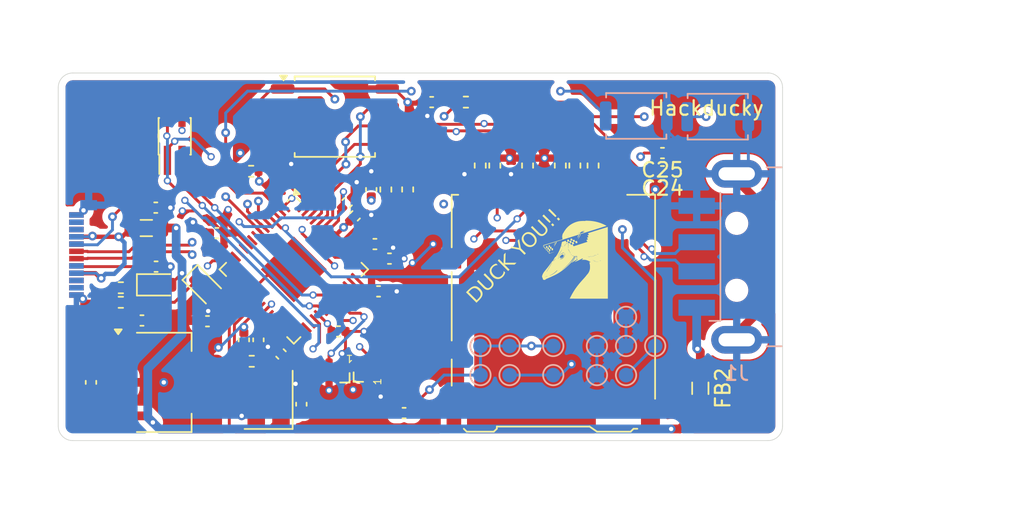
<source format=kicad_pcb>
(kicad_pcb (version 20241229) (generator "pcbnew") (generator_version "9.0")
  (layers (0 "F.Cu" signal) (4 "In1.Cu" signal) (6 "In2.Cu" signal) (2 "B.Cu" signal) (13 "F.Paste" user) (15 "B.Paste" user) (5 "F.SilkS" user "F.Silkscreen") (7 "B.SilkS" user "B.Silkscreen") (1 "F.Mask" user) (3 "B.Mask" user) (25 "Edge.Cuts" user))
  (net 0 "")
  (net 1 "GND")
  (net 2 "+1V1")
  (net 3 "+3V3")
  (net 4 "XOUT")
  (net 5 "XIN")
  (net 6 "+5V")
  (net 8 "GP25")
  (net 9 "D+")
  (net 10 "D-")
  (net 11 "Net-(J3-DAT1)")
  (net 12 "Net-(J3-DAT2)")
  (net 16 "Net-(P2-VCONN)")
  (net 17 "Net-(P2-CC)")
  (net 25 "DR+")
  (net 26 "QSPI_SS")
  (net 27 "Net-(R8-Pad1)")
  (net 28 "DR-")
  (net 29 "PUSH")
  (net 30 "QSPI_SD3")
  (net 31 "QSPI_SD0")
  (net 32 "QSPI_SD2")
  (net 33 "QSPI_SD1")
  (net 34 "QSPI_SCLK")
  (net 35 "GPIO23")
  (net 36 "GPIO26_ADC3")
  (net 37 "GPIO8")
  (net 38 "GPIO17")
  (net 39 "GPIO24")
  (net 40 "GPIO11")
  (net 41 "RUN")
  (net 42 "GPIO12")
  (net 43 "GPIO13")
  (net 44 "GPIO21")
  (net 45 "GPIO22")
  (net 46 "GPIO14")
  (net 47 "GPIO26_ADC0")
  (net 48 "SWD")
  (net 49 "GPIO9")
  (net 50 "GPIO6")
  (net 51 "GPIO26_ADC1")
  (net 52 "GPIO1")
  (net 53 "GPIO18")
  (net 54 "GPIO10")
  (net 55 "GPIO19")
  (net 56 "GPIO0")
  (net 57 "GPIO15")
  (net 58 "GPIO16")
  (net 59 "GPIO20")
  (net 60 "SWCLK")
  (net 61 "GPIO7")
  (net 62 "SD_MISO")
  (net 63 "SD_MOSI")
  (net 64 "SD_CS")
  (net 65 "SD_CLK")
  (net 66 "Net-(C12-Pad1)")
  (net 68 "Net-(D5-K)")
  (net 69 "Net-(D6-K)")
  (net 70 "VBUS")
  (footprint "Capacitor_SMD:C_0402_1005Metric" (layer "F.Cu") (at 69.22 89.55)
    (property "Reference" "R4" (hide yes))
    (property "Value" "5.1K")
  )
  (footprint "Capacitor_SMD:C_0402_1005Metric" (layer "F.Cu") (at 82.339411 85.160589 45)
    (property "Reference" "C8" (hide yes))
    (property "Value" "100nF")
  )
  (footprint "Capacitor_SMD:C_0402_1005Metric" (layer "F.Cu") (at 81.75 94)
    (property "Reference" "C22" (hide yes))
    (property "Value" "100nF")
  )
  (footprint "Resistor_SMD:R_0402_1005Metric" (layer "F.Cu") (at 66.8 92 180)
    (property "Reference" "R1" (hide yes))
    (property "Value" "R")
  )
  (footprint "Capacitor_SMD:C_0402_1005Metric" (layer "F.Cu") (at 72.75 93.3)
    (property "Reference" "C17" (hide yes))
    (property "Value" "100nF")
  )
  (footprint "Resistor_SMD:R_0402_1005Metric" (layer "F.Cu") (at 97.985 82.607 -90)
    (property "Reference" "R17" (hide yes))
    (property "Value" "10k")
  )
  (footprint "Capacitor_SMD:C_0402_1005Metric" (layer "F.Cu") (at 104 81.75 180)
    (property "Reference" "C25")
    (property "Value" "100nF")
  )
  (footprint "Capacitor_SMD:C_0402_1005Metric" (layer "F.Cu") (at 64.75 97.5 90)
    (property "Reference" "C14" (hide yes))
    (property "Value" "22uF")
  )
  (footprint "Capacitor_SMD:C_0402_1005Metric" (layer "F.Cu") (at 68.25 93.25)
    (property "Reference" "C15" (hide yes))
    (property "Value" "22uF")
  )
  (footprint "Package_TO_SOT_SMD:SOT-223-3_TabPin2" (layer "F.Cu") (at 69.75 97.5)
    (property "Reference" "U2" (hide yes))
    (property "Value" "AMS1117-3.3")
  )
  (footprint "LED_SMD:LED_SK6812_EC15_1.5x1.5mm" (layer "F.Cu") (at 81.55 96.55 180)
    (property "Reference" "D1" (hide yes))
    (property "Value" "WS2812B")
  )
  (footprint "LED_SMD:LED_0603_1608Metric" (layer "F.Cu") (at 72.6 91 -45)
    (property "Reference" "D5" (hide yes))
    (property "Value" "LED")
  )
  (footprint "Resistor_SMD:R_0402_1005Metric" (layer "F.Cu") (at 92.485 82.607 -90)
    (property "Reference" "R20" (hide yes))
    (property "Value" "10k")
  )
  (footprint "Resistor_SMD:R_0402_1005Metric" (layer "F.Cu") (at 99.235 82.607 -90)
    (property "Reference" "R16" (hide yes))
    (property "Value" "10k")
  )
  (footprint "Package_DFN_QFN:QFN-56-1EP_7x7mm_P0.4mm_EP3.2x3.2mm" (layer "F.Cu") (at 78.679371 89.74073 -45)
    (property "Reference" "U4" (hide yes))
    (property "Value" "RP2040")
  )
  (footprint "Capacitor_SMD:C_0402_1005Metric" (layer "F.Cu") (at 88.15 78.25)
    (property "Reference" "C16" (hide yes))
    (property "Value" "100n")
  )
  (footprint "LOGO" (layer "F.Cu") (at 97.75 86.75)
    (property "Reference" "G***" (hide yes))
    (property "Value" "LOGO" (hide yes))
  )
  (footprint "Capacitor_SMD:C_0402_1005Metric" (layer "F.Cu") (at 75.25 94.58 -90)
    (property "Reference" "C20" (hide yes))
    (property "Value" "100nF")
  )
  (footprint "Resistor_SMD:R_0402_1005Metric" (layer "F.Cu") (at 94.735 82.607 -90)
    (property "Reference" "R19" (hide yes))
    (property "Value" "10k")
  )
  (footprint "Connector_USB:USB_C_Plug_Molex_105444" (layer "F.Cu") (at 63.71 88.75 90)
    (property "Reference" "P2" (hide yes))
    (property "Value" "USB_C_Plug")
  )
  (footprint "Resistor_SMD:R_0402_1005Metric" (layer "F.Cu") (at 96.985 82.607 -90)
    (property "Reference" "R18" (hide yes))
    (property "Value" "10k")
  )
  (footprint "Capacitor_SMD:C_0402_1005Metric" (layer "F.Cu") (at 84 84.25 90)
    (property "Reference" "C10" (hide yes))
    (property "Value" "1uF")
  )
  (footprint "Resistor_SMD:R_0402_1005Metric" (layer "F.Cu") (at 66.8 91 180)
    (property "Reference" "R2" (hide yes))
    (property "Value" "R")
  )
  (footprint "Capacitor_SMD:C_0402_1005Metric" (layer "F.Cu") (at 79.2 99 90)
    (property "Reference" "C13" (hide yes))
    (property "Value" "15pF")
  )
  (footprint "Resistor_SMD:R_0402_1005Metric" (layer "F.Cu") (at 85 84.253998 90)
    (property "Reference" "R7" (hide yes))
    (property "Value" "27.4")
  )
  (footprint "Capacitor_SMD:C_0402_1005Metric" (layer "F.Cu") (at 86.255 99.607 180)
    (property "Reference" "C23" (hide yes))
    (property "Value" "22uF")
  )
  (footprint "Resistor_SMD:R_0402_1005Metric" (layer "F.Cu") (at 86.5 84.25 90)
    (property "Reference" "R22" (hide yes))
    (property "Value" "27.4")
  )
  (footprint "Capacitor_SMD:C_0402_1005Metric" (layer "F.Cu") (at 69.2 85.5)
    (property "Reference" "R5" (hide yes))
    (property "Value" "5.1K")
  )
  (footprint "Capacitor_SMD:C_0402_1005Metric" (layer "F.Cu") (at 82.889411 86.060589 45)
    (property "Reference" "C21" (hide yes))
    (property "Value" "100nF")
  )
  (footprint "Connector_PinHeader_1.00mm:PinHeader_2x02_P1.00mm_Vertical_SMD" (layer "F.Cu") (at 70.5 80.6 90)
    (property "Reference" "J2" (hide yes))
    (property "Value" "Conn_02x02_Top_Bottom")
  )
  (footprint "Resistor_SMD:R_0402_1005Metric" (layer "F.Cu") (at 75.79 96.05)
    (property "Reference" "R9" (hide yes))
    (property "Value" "1k")
  )
  (footprint "Resistor_SMD:R_0402_1005Metric" (layer "F.Cu") (at 75.75 83 180)
    (property "Reference" "R15" (hide yes))
    (property "Value" "DNF")
  )
  (footprint "Resistor_SMD:R_0402_1005Metric" (layer "F.Cu") (at 90.5 78.25 180)
    (property "Reference" "R8" (hide yes))
    (property "Value" "1k")
  )
  (footprint "Capacitor_SMD:C_0402_1005Metric" (layer "F.Cu") (at 73.4 87.25 180)
    (property "Reference" "C11" (hide yes))
    (property "Value" "100nF")
  )
  (footprint "Package_SO:SOIC-8_5.3x5.3mm_P1.27mm" (layer "F.Cu") (at 81.5 79.25)
    (property "Reference" "U1" (hide yes))
    (property "Value" "W25Q16JVSS")
  )
  (footprint "LED_SMD:LED_SK6812_EC15_1.5x1.5mm" (layer "F.Cu") (at 83.75 96.5 90)
    (property "Reference" "D4" (hide yes))
    (property "Value" "WS2812B")
  )
  (footprint "Capacitor_SMD:C_0402_1005Metric" (layer "F.Cu") (at 104 83 180)
    (property "Reference" "C24")
    (property "Value" "100nF")
  )
  (footprint "Capacitor_SMD:C_0402_1005Metric" (layer "F.Cu") (at 85.25 89)
    (property "Reference" "C18" (hide yes))
    (property "Value" "100nF")
  )
  (footprint "Inductor_SMD:L_0805_2012Metric" (layer "F.Cu") (at 68.55 86.9)
    (property "Reference" "FB1" (hide yes))
    (property "Value" "120ohm.100Mhz")
  )
  (footprint "Crystal:Crystal_SMD_Abracon_ABM8G-4Pin_3.2x2.5mm" (layer "F.Cu") (at 76.95 98.7 90)
    (property "Reference" "Y1" (hide yes))
    (property "Value" "Crystal_GND24")
  )
  (footprint "Resistor_SMD:R_0402_1005Metric" (layer "F.Cu") (at 91.485 82.607 -90)
    (property "Reference" "R21" (hide yes))
    (property "Value" "10k")
  )
  (footprint "Inductor_SMD:L_0805_2012Metric" (layer "F.Cu") (at 106.6 97.90625 -90)
    (property "Reference" "FB2")
    (property "Value" "120ohm.100Mhz")
  )
  (footprint "Capacitor_SMD:C_0402_1005Metric" (layer "F.Cu") (at 77.8 95.55 135)
    (property "Reference" "C12" (hide yes))
    (property "Value" "15pF")
  )
  (footprint "Connector_Card:microSD_HC_Hirose_DM3AT-SF-PEJM5" (layer "F.Cu") (at 96.5 92.5)
    (property "Reference" "J3" (hide yes))
    (property "Value" "Micro_SD_Card")
  )
  (footprint "Capacitor_SMD:C_0402_1005Metric" (layer "F.Cu") (at 76.25 94.58 -90)
    (property "Reference" "C9" (hide yes))
    (property "Value" "1uF")
  )
  (footprint "Capacitor_SMD:C_0402_1005Metric" (layer "F.Cu") (at 84.25 88)
    (property "Reference" "C7" (hide yes))
    (property "Value" "100nF")
  )
  (footprint "Capacitor_SMD:C_0402_1005Metric" (layer "F.Cu") (at 84.5 91.25)
    (property "Reference" "C19" (hide yes))
    (property "Value" "100nF")
  )
  (footprint "LED_SMD:LED_0603_1608Metric" (layer "F.Cu") (at 69.3875 90.8)
    (property "Reference" "D6" (hide yes))
    (property "Value" "LED")
  )
  (footprint "TestPoint:TestPoint_Pad_D1.0mm" (layer "B.Cu") (at 101.5 95 180)
    (property "Reference" "TP6" (hide yes))
    (property "Value" "TestPoint")
  )
  (footprint "TestPoint:TestPoint_Pad_D1.0mm" (layer "B.Cu") (at 91.5 97 180)
    (property "Reference" "TP8" (hide yes))
    (property "Value" "TestPoint")
  )
  (footprint "TestPoint:TestPoint_Pad_D1.0mm" (layer "B.Cu") (at 96.5 97 180)
    (property "Reference" "TP7" (hide yes))
    (property "Value" "TestPoint")
  )
  (footprint "TestPoint:TestPoint_Pad_D1.0mm" (layer "B.Cu") (at 99.5 97 180)
    (property "Reference" "TP4" (hide yes))
    (property "Value" "TestPoint")
  )
  (footprint "TestPoint:TestPoint_Pad_D1.0mm" (layer "B.Cu") (at 101.5 97 180)
    (property "Reference" "TP1" (hide yes))
    (property "Value" "TestPoint")
  )
  (footprint "TestPoint:TestPoint_Pad_D1.0mm" (layer "B.Cu") (at 101.5 93 180)
    (property "Reference" "TP3" (hide yes))
    (property "Value" "TestPoint")
  )
  (footprint "TestPoint:TestPoint_Pad_D1.0mm" (layer "B.Cu") (at 96.5 95 180)
    (property "Reference" "TP11" (hide yes))
    (property "Value" "TestPoint")
  )
  (footprint "Button_Switch_SMD:SW_Push_SPST_NO_Alps_SKRK" (layer "B.Cu") (at 102.2 79.2 180)
    (property "Reference" "SW4" (hide yes))
    (property "Value" "BOOT_SEL")
  )
  (footprint "Connector_USB:USB_A_CNCTech_1001-011-01101_Horizontal" (layer "B.Cu") (at 116 88.875)
    (property "Reference" "J1")
    (property "Value" "USB_A")
  )
  (footprint "TestPoint:TestPoint_Pad_D1.0mm" (layer "B.Cu") (at 91.5 95 180)
    (property "Reference" "TP9" (hide yes))
    (property "Value" "TestPoint")
  )
  (footprint "Button_Switch_SMD:SW_Push_SPST_NO_Alps_SKRK" (layer "B.Cu") (at 107.8 79.25 180)
    (property "Reference" "SW3" (hide yes))
    (property "Value" "BOOT_SEL")
  )
  (footprint "TestPoint:TestPoint_Pad_D1.0mm" (layer "B.Cu") (at 99.5 95 180)
    (property "Reference" "TP5" (hide yes))
    (property "Value" "TestPoint")
  )
  (footprint "TestPoint:TestPoint_Pad_D1.0mm" (layer "B.Cu") (at 103.5 95 180)
    (property "Reference" "TP2" (hide yes))
    (property "Value" "TestPoint")
  )
  (footprint "TestPoint:TestPoint_Pad_D1.0mm" (layer "B.Cu") (at 93.5 95 180)
    (property "Reference" "TP12" (hide yes))
    (property "Value" "TestPoint")
  )
  (footprint "TestPoint:TestPoint_Pad_D1.0mm" (layer "B.Cu") (at 93.5 97 180)
    (property "Reference" "TP10" (hide yes))
    (property "Value" "TestPoint")
  )
  (gr_arc (start 111.25 76.25) (mid 111.957107 76.542893) (end 112.25 77.25) (stroke (width 0.05)) (layer "Edge.Cuts"))
  (gr_line (start 111.25 76.25) (end 63.5 76.25) (stroke (width 0.05)) (layer "Edge.Cuts"))
  (gr_arc (start 62.5 77.25) (mid 62.792893 76.542893) (end 63.5 76.25) (stroke (width 0.05)) (layer "Edge.Cuts"))
  (gr_arc (start 63.5 101.5) (mid 62.792893 101.207107) (end 62.5 100.5) (stroke (width 0.05)) (layer "Edge.Cuts"))
  (gr_line (start 111.25 101.5) (end 63.5 101.5) (stroke (width 0.05)) (layer "Edge.Cuts"))
  (gr_arc (start 112.25 100.5) (mid 111.957107 101.207107) (end 111.25 101.5) (stroke (width 0.05)) (layer "Edge.Cuts"))
  (gr_line (start 112.25 77.25) (end 112.25 100.5) (stroke (width 0.05)) (layer "Edge.Cuts"))
  (gr_line (start 62.5 100.5) (end 62.5 77.25) (stroke (width 0.05)) (layer "Edge.Cuts"))
  (gr_text "Souptik & Aarav." (at 95.8 93.2 0) (layer "F.Cu") (effects (font (size 0.7 0.7)) (justify bottom)))
  (gr_text "DUCK YOU!!" (at 91.25 92.25 45) (layer "F.SilkS") (effects (font (size 1 1) (thickness 0.1)) (justify left bottom)))
  (gr_text "Hackducky\n" (at 103 79.25 -0) (layer "F.SilkS") (effects (font (size 1 1)) (justify left bottom)))
  (segment (start 66.6 95.2) (end 66.57 95.2) (width 0.6) (layer "F.Cu") (net 1))
  (segment (start 66.29 91) (end 66.29 92) (width 0.2) (layer "F.Cu") (net 1))
  (segment (start 72.25 87) (end 72.67 87) (width 0.2) (layer "F.Cu") (net 1))
  (segment (start 76.25 95.06) (end 76.9 95.06) (width 0.2) (layer "F.Cu") (net 1))
  (segment (start 84.2 98.032) (end 84.2 96.95) (width 0.2) (layer "F.Cu") (net 1))
  (segment (start 77.9125 81.9125) (end 78.5 82.5) (width 0.2) (layer "F.Cu") (net 1))
  (segment (start 84 83.77) (end 84 83) (width 0.2) (layer "F.Cu") (net 1))
  (segment (start 93.775 83.375) (end 93.6 83.2) (width 0.2) (layer "F.Cu") (net 1))
  (segment (start 66.29 92) (end 66.29 93.87) (width 0.2) (layer "F.Cu") (net 1))
  (segment (start 84.98 91.25) (end 85.75 91.25) (width 0.2) (layer "F.Cu") (net 1))
  (segment (start 82.23 94) (end 83.5 94) (width 0.2) (layer "F.Cu") (net 1))
  (segment (start 69.7 89.55) (end 70.2 89.55) (width 0.2) (layer "F.Cu") (net 1))
  (segment (start 109.1 83.6) (end 109.1 83.175) (width 0.6) (layer "F.Cu") (net 1))
  (segment (start 66.6 95.2) (end 66.6 94.42) (width 0.6) (layer "F.Cu") (net 1))
  (segment (start 88.63 78.25) (end 88.63 78.42) (width 0.2) (layer "F.Cu") (net 1))
  (segment (start 77.265158 89.74073) (end 75.541585 91.464303) (width 0.2) (layer "F.Cu") (net 1))
  (segment (start 73.705888 93.3) (end 73.23 93.3) (width 0.2) (layer "F.Cu") (net 1))
  (segment (start 75.541585 91.464303) (end 73.705888 93.3) (width 0.2) (layer "F.Cu") (net 1))
  (segment (start 85.73 89) (end 86.25 89) (width 0.2) (layer "F.Cu") (net 1))
  (segment (start 77.8 97.6) (end 78.8 97.6) (width 0.2) (layer "F.Cu") (net 1))
  (segment (start 82.678822 85.171178) (end 83.228822 85.721178) (width 0.2) (layer "F.Cu") (net 1))
  (segment (start 63.75 91.5) (end 63.92 91.5) (width 0.2) (layer "F.Cu") (net 1))
  (segment (start 78.679371 89.74073) (end 77.265158 89.74073) (width 0.2) (layer "F.Cu") (net 1))
  (segment (start 77.9125 81.155) (end 77.9125 81.9125) (width 0.2) (layer "F.Cu") (net 1))
  (segment (start 76.9 95.06) (end 77.31 95.06) (width 0.2) (layer "F.Cu") (net 1))
  (segment (start 79.2 98.52) (end 79.2 98) (width 0.2) (layer "F.Cu") (net 1))
  (segment (start 88.63 78.42) (end 87.85 79.2) (width 0.2) (layer "F.Cu") (net 1))
  (segment (start 77.31 95.06) (end 77.460589 95.210589) (width 0.2) (layer "F.Cu") (net 1))
  (segment (start 82.23 95.23) (end 82 95.46) (width 0.2) (layer "F.Cu") (net 1))
  (segment (start 63.92 86) (end 64.235 85.685) (width 0.2) (layer "F.Cu") (net 1))
  (segment (start 82.678822 84.821178) (end 82.678822 85.171178) (width 0.2) (layer "F.Cu") (net 1))
  (segment (start 111.25 92) (end 111.25 85.75) (width 0.6) (layer "F.Cu") (net 1))
  (segment (start 85.25 88) (end 85.5 88.25) (width 0.2) (layer "F.Cu") (net 1))
  (segment (start 82.678822 84.071178) (end 83 83.75) (width 0.2) (layer "F.Cu") (net 1))
  (segment (start 82 95.46) (end 82 95.525) (width 0.2) (layer "F.Cu") (net 1))
  (segment (start 84.73 88) (end 85.25 88) (width 0.2) (layer "F.Cu") (net 1))
  (segment (start 66.6 94.42) (end 67.77 93.25) (width 0.6) (layer "F.Cu") (net 1))
  (segment (start 83.228822 85.721178) (end 83.721178 85.721178) (width 0.2) (layer "F.Cu") (net 1))
  (segment (start 79.2 98) (end 78.8 97.6) (width 0.2) (layer "F.Cu") (net 1))
  (segment (start 63.92 91.5) (end 64.185 91.765) (width 0.2) (layer "F.Cu") (net 1))
  (segment (start 85.775 99.607) (end 84.6465 98.4785) (width 0.2) (layer "F.Cu") (net 1))
  (segment (start 64.185 91.765) (end 64.59 92.17) (width 0.2) (layer "F.Cu") (net 1))
  (segment (start 93.775 84.775) (end 93.775 83.375) (width 0.2) (layer "F.Cu") (net 1))
  (segment (start 90.625 83.425) (end 90.4 83.2) (width 0.2) (layer "F.Cu") (net 1))
  (segment (start 73.23 93.03) (end 72.8 92.6) (width 0.2) (layer "F.Cu") (net 1))
  (segment (start 109.1 94.575) (end 109.1 94.15) (width 0.6) (layer "F.Cu") (net 1))
  (segment (start 83.228822 85.721178) (end 83.278822 85.721178) (width 0.2) (layer "F.Cu") (net 1))
  (segment (start 84.6465 98.4785) (end 84.2 98.032) (width 0.2) (layer "F.Cu") (net 1))
  (segment (start 76.1 99.8) (end 75.1 99.8) (width 0.2) (layer "F.Cu") (net 1))
  (segment (start 69.68 85.5) (end 70.2 85.5) (width 0.2) (layer "F.Cu") (net 1))
  (segment (start 71.75 86.5) (end 72.25 87) (width 0.2) (layer "F.Cu") (net 1))
  (segment (start 82 95.525) (end 82 96.1) (width 0.2) (layer "F.Cu") (net 1))
  (segment (start 66.6 95.2) (end 66.6 94.18) (width 0.6) (layer "F.Cu") (net 1))
  (segment (start 66.29 93.87) (end 66.6 94.18) (width 0.2) (layer "F.Cu") (net 1))
  (segment (start 63.75 86) (end 63.92 86) (width 0.2) (layer "F.Cu") (net 1))
  (segment (start 82.23 94) (end 82.23 95.23) (width 0.2) (layer "F.Cu") (net 1))
  (segment (start 73.23 93.3) (end 73.23 93.03) (width 0.2) (layer "F.Cu") (net 1))
  (segment (start 82.678822 84.821178) (end 82.678822 84.071178) (width 0.2) (layer "F.Cu") (net 1))
  (segment (start 66.57 95.2) (end 64.75 97.02) (width 0.6) (layer "F.Cu") (net 1))
  (segment (start 83.721178 85.721178) (end 84 86) (width 0.2) (layer "F.Cu") (net 1))
  (segment (start 75.25 95.06) (end 76.25 95.06) (width 0.2) (layer "F.Cu") (net 1))
  (segment (start 90.625 84.775) (end 90.625 83.425) (width 0.2) (layer "F.Cu") (net 1))
  (segment (start 66.6 94.18) (end 64.59 92.17) (width 0.6) (layer "F.Cu") (net 1))
  (segment (start 111.25 85.75) (end 109.1 83.6) (width 0.6) (layer "F.Cu") (net 1))
  (segment (start 72.67 87) (end 72.92 87.25) (width 0.2) (layer "F.Cu") (net 1))
  (segment (start 104.48 81.75) (end 104.48 83) (width 0.2) (layer "F.Cu") (net 1))
  (segment (start 109.1 94.15) (end 111.25 92) (width 0.6) (layer "F.Cu") (net 1))
  (via (at 83.5 94) (size 0.5) (drill 0.3) (layers "F.Cu" "B.Cu") (net 1))
  (via (at 71.75 86.5) (size 0.6) (drill 0.3) (layers "F.Cu" "B.Cu") (net 1))
  (via (at 75.1 99.8) (size 0.6) (drill 0.3) (layers "F.Cu" "B.Cu") (net 1))
  (via (at 70.2 85.5) (size 0.6) (drill 0.3) (layers "F.Cu" "B.Cu") (net 1))
  (via (at 82 95.525) (size 0.5) (drill 0.3) (layers "F.Cu" "B.Cu") (net 1))
  (via (at 70.2 89.55) (size 0.6) (drill 0.3) (layers "F.Cu" "B.Cu") (net 1))
  (via (at 72.8 92.6) (size 0.6) (drill 0.3) (layers "F.Cu" "B.Cu") (net 1))
  (via (at 78.5 82.5) (size 0.6) (drill 0.3) (layers "F.Cu" "B.Cu") (net 1))
  (via (at 85.5 88.25) (size 0.5) (drill 0.3) (layers "F.Cu" "B.Cu") (net 1))
  (via (at 83 83.75) (size 0.6) (drill 0.3) (layers "F.Cu" "B.Cu") (net 1))
  (via (at 64.235 85.685) (size 0.6) (drill 0.3) (layers "F.Cu" "B.Cu") (net 1))
  (via (at 87.85 79.2) (size 0.6) (drill 0.3) (layers "F.Cu" "B.Cu") (net 1))
  (via (at 90.4 83.2) (size 0.5) (drill 0.3) (layers "F.Cu" "B.Cu") (net 1))
  (via (at 76.9 95.06) (size 0.6) (drill 0.3) (layers "F.Cu" "B.Cu") (net 1))
  (via (at 64.185 91.765) (size 0.6) (drill 0.3) (layers "F.Cu" "B.Cu") (net 1))
  (via (at 84 83) (size 0.6) (drill 0.3) (layers "F.Cu" "B.Cu") (net 1))
  (via (at 78.8 97.6) (size 0.6) (drill 0.3) (layers "F.Cu" "B.Cu") (net 1))
  (via (at 84.6465 98.4785) (size 0.5) (drill 0.3) (layers "F.Cu" "B.Cu") (net 1))
  (via (at 84 86) (size 0.6) (drill 0.3) (layers "F.Cu" "B.Cu") (net 1))
  (via (at 93.6 83.2) (size 0.5) (drill 0.3) (layers "F.Cu" "B.Cu") (net 1))
  (via (at 85.75 91.25) (size 0.5) (drill 0.3) (layers "F.Cu" "B.Cu") (net 1))
  (via (at 86.25 89) (size 0.5) (drill 0.3) (layers "F.Cu" "B.Cu") (net 1))
  (segment (start 107.275 83.175) (end 109.1 83.175) (width 0.2) (layer "B.Cu") (net 1))
  (segment (start 63.75 91.5) (end 63.92 91.5) (width 0.2) (layer "B.Cu") (net 1))
  (segment (start 101.5 93) (end 101.5 95) (width 0.2) (layer "B.Cu") (net 1))
  (segment (start 104.3 80.2) (end 107.275 83.175) (width 0.2) (layer "B.Cu") (net 1))
  (segment (start 63.92 86) (end 64.235 85.685) (width 0.2) (layer "B.Cu") (net 1))
  (segment (start 104.3 79.2) (end 104.3 80.2) (width 0.2) (layer "B.Cu") (net 1))
  (segment (start 99.5 95) (end 99.5 97) (width 0.2) (layer "B.Cu") (net 1))
  (segment (start 101.5 95) (end 99.5 97) (width 0.2) (layer "B.Cu") (net 1))
  (segment (start 109.9 82.375) (end 109.1 83.175) (width 0.2) (layer "B.Cu") (net 1))
  (segment (start 63.92 91.5) (end 64.185 91.765) (width 0.2) (layer "B.Cu") (net 1))
  (segment (start 109.9 79.25) (end 109.9 82.375) (width 0.2) (layer "B.Cu") (net 1))
  (segment (start 64.235 85.685) (end 64.59 85.33) (width 0.2) (layer "B.Cu") (net 1))
  (segment (start 63.75 86) (end 63.92 86) (width 0.2) (layer "B.Cu") (net 1))
  (segment (start 83.77 88) (end 82.965686 88) (width 0.2) (layer "F.Cu") (net 2))
  (segment (start 103.52 81.75) (end 102.75 81.75) (width 0.2) (layer "F.Cu") (net 2))
  (segment (start 76.672956 92.595672) (end 77.147712 92.120916) (width 0.2) (layer "F.Cu") (net 2))
  (segment (start 80.640133 87.497125) (end 80.968629 87.168629) (width 0.2) (layer "F.Cu") (net 2))
  (segment (start 82.382843 88.582843) (end 82.054347 88.911339) (width 0.2) (layer "F.Cu") (net 2))
  (segment (start 82 85.5) (end 82 84.495908) (width 0.2) (layer "F.Cu") (net 2))
  (segment (start 81.75 86.387258) (end 80.968629 87.168629) (width 0.2) (layer "F.Cu") (net 2))
  (segment (start 76.25 93.01863) (end 76.25 94.1) (width 0.2) (layer "F.Cu") (net 2))
  (segment (start 82.054347 88.911339) (end 81.511339 88.911339) (width 0.2) (layer "F.Cu") (net 2))
  (segment (start 82 84.495908) (end 82.089726 84.406182) (width 0.2) (layer "F.Cu") (net 2))
  (segment (start 76.672956 92.595674) (end 76.672956 92.595672) (width 0.2) (layer "F.Cu") (net 2))
  (segment (start 81.511339 88.911339) (end 80.640133 88.040133) (width 0.2) (layer "F.Cu") (net 2))
  (segment (start 102.75 81.75) (end 102.5 82) (width 0.2) (layer "F.Cu") (net 2))
  (segment (start 80.640133 88.040133) (end 80.640133 87.497125) (width 0.2) (layer "F.Cu") (net 2))
  (segment (start 81.75 85.75) (end 81.75 86.387258) (width 0.2) (layer "F.Cu") (net 2))
  (segment (start 82 85.5) (end 81.75 85.75) (width 0.2) (layer "F.Cu") (net 2))
  (segment (start 82.965686 88) (end 82.382843 88.582843) (width 0.2) (layer "F.Cu") (net 2))
  (segment (start 76.672956 92.595674) (end 76.25 93.01863) (width 0.2) (layer "F.Cu") (net 2))
  (via (at 102.5 82) (size 0.6) (drill 0.3) (layers "F.Cu" "B.Cu") (net 2))
  (via (at 77.147712 92.120916) (size 0.5) (drill 0.3) (layers "F.Cu" "B.Cu") (net 2))
  (via (at 82.089726 84.406182) (size 0.5) (drill 0.3) (layers "F.Cu" "B.Cu") (net 2))
  (via (at 101.25 87) (size 0.6) (drill 0.3) (layers "F.Cu" "B.Cu") (net 2))
  (via (at 74.92926 86.47074) (size 0.5) (drill 0.3) (layers "F.Cu" "B.Cu") (net 2))
  (via (at 88.975 85.252161) (size 0.6) (drill 0.3) (layers "F.Cu" "B.Cu") (net 2))
  (segment (start 101.25 88.25) (end 101.25 87) (width 0.2) (layer "B.Cu") (net 2))
  (segment (start 75.263032 86.8) (end 77.2 86.8) (width 0.2) (layer "B.Cu") (net 2))
  (segment (start 101.5 97) (end 103.5 95) (width 0.2) (layer "B.Cu") (net 2))
  (segment (start 74.92926 86.47074) (end 74.933772 86.47074) (width 0.2) (layer "B.Cu") (net 2))
  (segment (start 81.6 86.2) (end 82.089726 85.710274) (width 0.2) (layer "B.Cu") (net 2))
  (segment (start 103.5 90.5) (end 101.25 88.25) (width 0.2) (layer "B.Cu") (net 2))
  (segment (start 77.8 86.2) (end 81.6 86.2) (width 0.2) (layer "B.Cu") (net 2))
  (segment (start 74.933772 86.47074) (end 75.263032 86.8) (width 0.2) (layer "B.Cu") (net 2))
  (segment (start 77.2 86.8) (end 77.8 86.2) (width 0.2) (layer "B.Cu") (net 2))
  (segment (start 103.5 95) (end 103.5 90.5) (width 0.2) (layer "B.Cu") (net 2))
  (segment (start 82.089726 85.710274) (end 82.089726 84.406182) (width 0.2) (layer "B.Cu") (net 2))
  (segment (start 78.087169 85.471573) (end 78.087169 85.312831) (width 0.2) (layer "F.Cu") (net 3))
  (segment (start 81.251472 87.451472) (end 81.498528 87.451472) (width 0.2) (layer "F.Cu") (net 3))
  (segment (start 75.541585 88.017157) (end 74.774428 87.25) (width 0.2) (layer "F.Cu") (net 3))
  (segment (start 76.307798 83.692202) (end 76.26 83.644404) (width 0.2) (layer "F.Cu") (net 3))
  (segment (start 81.534315 87.434315) (end 81.525 87.425) (width 0.2) (layer "F.Cu") (net 3))
  (segment (start 84.02 91.25) (end 83.865596 91.25) (width 0.2) (layer "F.Cu") (net 3))
  (segment (start 95.9 82.097) (end 93.5 82.097) (width 0.2) (layer "F.Cu") (net 3))
  (segment (start 84.77 89) (end 83.097056 89) (width 0.2) (layer "F.Cu") (net 3))
  (segment (start 83.097056 89) (end 82.948528 89.148528) (width 0.2) (layer "F.Cu") (net 3))
  (segment (start 84.635685 88.865685) (end 84.77 89) (width 0.2) (layer "F.Cu") (net 3))
  (segment (start 71.925 85.725) (end 71.025 85.725) (width 0.2) (layer "F.Cu") (net 3))
  (segment (start 73.156847 91.556847) (end 72.893153 91.556847) (width 0.2) (layer "F.Cu") (net 3))
  (segment (start 99.235 82.097) (end 95.9 82.097) (width 0.2) (layer "F.Cu") (net 3))
  (segment (start 72.893153 91.556847) (end 71.2 93.25) (width 0.2) (layer "F.Cu") (net 3))
  (segment (start 81.27 93.745572) (end 81.27 94) (width 0.2) (layer "F.Cu") (net 3))
  (segment (start 93.5 82.097) (end 91.485 82.097) (width 0.2) (layer "F.Cu") (net 3))
  (segment (start 73.88 87.25) (end 74.774428 87.25) (width 0.2) (layer "F.Cu") (net 3))
  (segment (start 84.77 89.02) (end 84.02 89.77) (width 0.2) (layer "F.Cu") (net 3))
  (segment (start 83.865596 91.25) (end 82.948528 90.332932) (width 0.2) (layer "F.Cu") (net 3))
  (segment (start 80.987214 93.462786) (end 81.27 93.745572) (width 0.2) (layer "F.Cu") (net 3))
  (segment (start 74.171446 85.628554) (end 73.981451 85.818549) (width 0.2) (layer "F.Cu") (net 3))
  (segment (start 66.6 97.5) (end 69.75 97.5) (width 0.6) (layer "F.Cu") (net 3))
  (segment (start 81.534315 87.734315) (end 81.534315 87.434315) (width 0.2) (layer "F.Cu") (net 3))
  (segment (start 84 84.73) (end 84 85) (width 0.2) (layer "F.Cu") (net 3))
  (segment (start 78.087169 85.312831) (end 78.541674 84.858326) (width 0.2) (layer "F.Cu") (net 3))
  (segment (start 83.3 96.05) (end 82.75 96.6) (width 0.2) (layer "F.Cu") (net 3))
  (segment (start 82.55 86.4) (end 82.1 86.85) (width 0.3) (layer "F.Cu") (net 3))
  (segment (start 72.9 95.7) (end 72.9 97.5) (width 0.2) (layer "F.Cu") (net 3))
  (segment (start 103.52 83) (end 103.52 84.23) (width 0.2) (layer "F.Cu") (net 3))
  (segment (start 71.2 93.25) (end 72.22 93.25) (width 0.6) (layer "F.Cu") (net 3))
  (segment (start 75.25 93.7) (end 75.25 93.452944) (width 0.2) (layer "F.Cu") (net 3))
  (segment (start 73.88 87.25) (end 73.279 86.649) (width 0.2) (layer "F.Cu") (net 3))
  (segment (start 72.22 93.25) (end 72.27 93.3) (width 0.6) (layer "F.Cu") (net 3))
  (segment (start 81.498528 87.451472) (end 81.525 87.425) (width 0.2) (layer "F.Cu") (net 3))
  (segment (start 80.402944 92.878516) (end 80.987214 93.462786) (width 0.2) (layer "F.Cu") (net 3))
  (segment (start 82.1 86.85) (end 81.525 87.425) (width 0.3) (layer "F.Cu") (net 3))
  (segment (start 75.25 93.452944) (end 76.390113 92.312831) (width 0.2) (layer "F.Cu") (net 3))
  (segment (start 73.5 95.1) (end 72.9 95.7) (width 0.2) (layer "F.Cu") (net 3))
  (segment (start 73.981451 86.457023) (end 75.541585 88.017157) (width 0.2) (layer "F.Cu") (net 3))
  (segment (start 84.02 89.77) (end 86.35207 89.77) (width 0.2) (layer "F.Cu") (net 3))
  (segment (start 72.849 86.649) (end 71.925 85.725) (width 0.2) (layer "F.Cu") (net 3))
  (segment (start 95.975 84.775) (end 95.975 82.172) (width 0.2) (layer "F.Cu") (net 3))
  (segment (start 78.087169 85.471573) (end 76.307798 83.692202) (width 0.2) (layer "F.Cu") (net 3))
  (segment (start 85.0875 77.345) (end 85.595 77.345) (width 0.2) (layer "F.Cu") (net 3))
  (segment (start 72.9 94.7) (end 72.27 94.07) (width 0.6) (layer "F.Cu") (net 3))
  (segment (start 73.981451 85.818549) (end 73.981451 86.457023) (width 0.2) (layer "F.Cu") (net 3))
  (segment (start 73.279 86.649) (end 72.849 86.649) (width 0.2) (layer "F.Cu") (net 3))
  (segment (start 72.27 94.07) (end 72.27 93.3) (width 0.6) (layer "F.Cu") (net 3))
  (segment (start 95.975 82.172) (end 95.9 82.097) (width 0.2) (layer "F.Cu") (net 3))
  (segment (start 82.665685 88.865685) (end 84.635685 88.865685) (width 0.2) (layer "F.Cu") (net 3))
  (segment (start 86.35207 89.77) (end 86.83138 89.29069) (width 0.2) (layer "F.Cu") (net 3))
  (segment (start 72.9 97.5) (end 72.9 94.7) (width 0.6) (layer "F.Cu") (net 3))
  (segment (start 87.67 78.25) (end 86.5 78.25) (width 0.2) (layer "F.Cu") (net 3))
  (segment (start 81.1 98.05) (end 81.1 97) (width 0.2) (layer "F.Cu") (net 3))
  (segment (start 69.75 97.5) (end 72.9 97.5) (width 0.6) (layer "F.Cu") (net 3))
  (segment (start 85.595 77.345) (end 86.5 78.25) (width 0.2) (layer "F.Cu") (net 3))
  (segment (start 103.52 84.23) (end 103.5 84.25) (width 0.2) (layer "F.Cu") (net 3))
  (segment (start 75.25 94.1) (end 75.25 93.7) (width 0.2) (layer "F.Cu") (net 3))
  (segment (start 68.73 93.25) (end 71.2 93.25) (width 0.6) (layer "F.Cu") (net 3))
  (segment (start 82.75 96.6) (end 82.75 98) (width 0.2) (layer "F.Cu") (net 3))
  (segment (start 84.02 89.77) (end 84.02 91.25) (width 0.2) (layer "F.Cu") (net 3))
  (segment (start 76.26 83.644404) (end 76.26 83) (width 0.2) (layer "F.Cu") (net 3))
  (segment (start 84.77 89) (end 84.77 89.02) (width 0.2) (layer "F.Cu") (net 3))
  (via (at 73.5 95.1) (size 0.6) (drill 0.3) (layers "F.Cu" "B.Cu") (net 3))
  (via (at 75 81.75) (size 0.6) (drill 0.3) (layers "F.Cu" "B.Cu") (net 3))
  (via (at 75.25 93.7) (size 0.6) (drill 0.3) (layers "F.Cu" "B.Cu") (net 3))
  (via (at 86.5 78.25) (size 0.6) (drill 0.3) (layers "F.Cu" "B.Cu") (net 3))
  (via (at 76.307798 83.692202) (size 0.6) (drill 0.3) (layers "F.Cu" "B.Cu") (net 3))
  (via (at 69.75 97.5) (size 0.6) (drill 0.3) (layers "F.Cu" "B.Cu") (net 3))
  (via (at 86.83138 89.29069) (size 0.5) (drill 0.3) (layers "F.Cu" "B.Cu") (net 3))
  (via (at 74.171446 85.628554) (size 0.5) (drill 0.3) (layers "F.Cu" "B.Cu") (net 3))
  (via (at 97.75 96.25) (size 0.6) (drill 0.3) (layers "F.Cu" "B.Cu") (net 3))
  (via (at 82.75 98) (size 0.5) (drill 0.3) (layers "F.Cu" "B.Cu") (net 3))
  (via (at 103.5 84.25) (size 0.6) (drill 0.3) (layers "F.Cu" "B.Cu") (net 3))
  (via (at 88.25 88) (size 0.5) (drill 0.3) (layers "F.Cu" "B.Cu") (net 3))
  (via (at 71.025 85.725) (size 0.5) (drill 0.3) (layers "F.Cu" "B.Cu") (net 3))
  (via (at 82.1 86.85) (size 0.6) (drill 0.3) (layers "F.Cu" "B.Cu") (net 3))
  (via (at 81.1 98.05) (size 0.5) (drill 0.3) (layers "F.Cu" "B.Cu") (net 3))
  (via (at 93.5 82.097) (size 0.5) (drill 0.3) (layers "F.Cu" "B.Cu") (net 3))
  (via (at 95.9 82.097) (size 0.5) (drill 0.3) (layers "F.Cu" "B.Cu") (net 3))
  (via (at 78.541674 84.858326) (size 0.5) (drill 0.3) (layers "F.Cu" "B.Cu") (net 3))
  (via (at 84 85) (size 0.6) (drill 0.3) (layers "F.Cu" "B.Cu") (net 3))
  (via (at 80.987214 93.462786) (size 0.5) (drill 0.3) (layers "F.Cu" "B.Cu") (net 3))
  (segment (start 86.95931 89.29069) (end 88.25 88) (width 0.2) (layer "B.Cu") (net 3))
  (segment (start 96.5 97) (end 97 97) (width 0.2) (layer "B.Cu") (net 3))
  (segment (start 96.5 97) (end 93.5 97) (width 0.2) (layer "B.Cu") (net 3))
  (segment (start 73.6 95.1) (end 75 93.7) (width 0.2) (layer "B.Cu") (net 3))
  (segment (start 97 97) (end 97.75 96.25) (width 0.2) (layer "B.Cu") (net 3))
  (segment (start 86.83138 89.29069) (end 86.95931 89.29069) (width 0.2) (layer "B.Cu") (net 3))
  (segment (start 73.5 95.1) (end 73.6 95.1) (width 0.2) (layer "B.Cu") (net 3))
  (segment (start 75 93.7) (end 75.25 93.7) (width 0.2) (layer "B.Cu") (net 3))
  (segment (start 74.601 93.536258) (end 76.10727 92.029988) (width 0.2) (layer "F.Cu") (net 4))
  (segment (start 75.28 96.05) (end 75.010001 96.05) (width 0.2) (layer "F.Cu") (net 4))
  (segment (start 74.601 95.640999) (end 74.601 93.536258) (width 0.2) (layer "F.Cu") (net 4))
  (segment (start 75.010001 96.05) (end 74.601 95.640999) (width 0.2) (layer "F.Cu") (net 4))
  (segment (start 77.8 99.8) (end 78.88 99.8) (width 0.2) (layer "F.Cu") (net 5))
  (segment (start 77.8 99.8) (end 76.701 100.899) (width 0.2) (layer "F.Cu") (net 5))
  (segment (start 76.701 100.899) (end 74.699 100.899) (width 0.2) (layer "F.Cu") (net 5))
  (segment (start 78.88 99.8) (end 79.2 99.48) (width 0.2) (layer "F.Cu") (net 5))
  (segment (start 74.25 93.321572) (end 75.824427 91.747145) (width 0.2) (layer "F.Cu") (net 5))
  (segment (start 74.25 100.45) (end 74.25 99.05) (width 0.2) (layer "F.Cu") (net 5))
  (segment (start 74.25 99.05) (end 74.25 93.321572) (width 0.2) (layer "F.Cu") (net 5))
  (segment (start 74.699 100.899) (end 74.25 100.45) (width 0.2) (layer "F.Cu") (net 5))
  (segment (start 68.55 99.8) (end 69 100.25) (width 0.6) (layer "F.Cu") (net 6))
  (segment (start 105.2 100.699) (end 106.6 99.299) (width 0.6) (layer "F.Cu") (net 6))
  (segment (start 88 98) (end 86.735 99.265) (width 0.2) (layer "F.Cu") (net 6))
  (segment (start 64.75 97.98) (end 64.78 97.98) (width 0.6) (layer "F.Cu") (net 6))
  (segment (start 70.2 90.8) (end 71 90) (width 0.2) (layer "F.Cu") (net 6))
  (segment (start 66.6 99.8) (end 68.55 99.8) (width 0.6) (layer "F.Cu") (net 6))
  (segment (start 64.78 97.98) (end 66.6 99.8) (width 0.6) (layer "F.Cu") (net 6))
  (segment (start 104.6 100.699) (end 105.2 100.699) (width 0.6) (layer "F.Cu") (net 6))
  (segment (start 69.6125 86.9) (end 70.6 86.9) (width 0.6) (layer "F.Cu") (net 6))
  (segment (start 106.6 99.299) (end 106.6 98.96875) (width 0.6) (layer "F.Cu") (net 6))
  (segment (start 70.175 90.8) (end 70.2 90.8) (width 0.2) (layer "F.Cu") (net 6))
  (segment (start 86.735 99.265) (end 86.735 99.607) (width 0.2) (layer "F.Cu") (net 6))
  (via (at 88 98) (size 0.6) (drill 0.3) (layers "F.Cu" "B.Cu") (net 6))
  (via (at 70.6 86.9) (size 0.5) (drill 0.3) (layers "F.Cu" "B.Cu") (net 6))
  (via (at 95 95) (size 0.6) (drill 0.3) (layers "F.Cu" "B.Cu") (net 6))
  (via (at 69 100.25) (size 0.6) (drill 0.3) (layers "F.Cu" "B.Cu") (net 6))
  (via (at 104.6 100.699) (size 0.5) (drill 0.3) (layers "F.Cu" "B.Cu") (net 6))
  (via (at 71 90) (size 0.6) (drill 0.3) (layers "F.Cu" "B.Cu") (net 6))
  (segment (start 68.65 96.55) (end 68.65 99.9) (width 0.6) (layer "B.Cu") (net 6))
  (segment (start 93.5 95) (end 91.5 95) (width 0.2) (layer "B.Cu") (net 6))
  (segment (start 68.65 99.9) (end 69 100.25) (width 0.6) (layer "B.Cu") (net 6))
  (segment (start 104.6 100.699) (end 69.449 100.699) (width 0.6) (layer "B.Cu") (net 6))
  (segment (start 71 89.2) (end 71 90) (width 0.6) (layer "B.Cu") (net 6))
  (segment (start 91.5 95) (end 91.5 97) (width 0.2) (layer "B.Cu") (net 6))
  (segment (start 70.6 86.9) (end 70.6 88.8) (width 0.6) (layer "B.Cu") (net 6))
  (segment (start 70.6 88.8) (end 71 89.2) (width 0.6) (layer "B.Cu") (net 6))
  (segment (start 71 94.2) (end 68.65 96.55) (width 0.6) (layer "B.Cu") (net 6))
  (segment (start 95 95) (end 93.5 95) (width 0.2) (layer "B.Cu") (net 6))
  (segment (start 96.5 95) (end 95 95) (width 0.2) (layer "B.Cu") (net 6))
  (segment (start 89 97) (end 91.5 97) (width 0.2) (layer "B.Cu") (net 6))
  (segment (start 69.449 100.699) (end 69 100.25) (width 0.6) (layer "B.Cu") (net 6))
  (segment (start 88 98) (end 89 97) (width 0.2) (layer "B.Cu") (net 6))
  (segment (start 71 90) (end 71 94.2) (width 0.6) (layer "B.Cu") (net 6))
  (segment (start 82.53717 92.75) (end 81.534315 91.747145) (width 0.2) (layer "F.Cu") (net 8))
  (segment (start 83.25 92.75) (end 82.53717 92.75) (width 0.2) (layer "F.Cu") (net 8))
  (segment (start 81.25 95.5) (end 81.1 95.65) (width 0.2) (layer "F.Cu") (net 8))
  (segment (start 81.1 95.65) (end 81.1 96.1) (width 0.2) (layer "F.Cu") (net 8))
  (segment (start 83.5 93) (end 83.25 92.75) (width 0.2) (layer "F.Cu") (net 8))
  (via (at 81.25 95.5) (size 0.5) (drill 0.3) (layers "F.Cu" "B.Cu") (net 8))
  (via (at 83.5 93) (size 0.5) (drill 0.3) (layers "F.Cu" "B.Cu") (net 8))
  (segment (start 81.25 95.5) (end 83.5 93.25) (width 0.2) (layer "B.Cu") (net 8))
  (segment (start 83.5 93.25) (end 83.5 93) (width 0.2) (layer "B.Cu") (net 8))
  (segment (start 67.543198 88.975) (end 67.993198 88.525) (width 0.2) (layer "F.Cu") (net 9))
  (segment (start 102.625 87.906801) (end 102.625 83.106802) (width 0.2) (layer "F.Cu") (net 9))
  (segment (start 99.293198 79.775) (end 88.306802 79.775) (width 0.2) (layer "F.Cu") (net 9))
  (segment (start 103.053034 88.334835) (end 102.625 87.906801) (width 0.2) (layer "F.Cu") (net 9))
  (segment (start 67.993198 88.525) (end 67.993199 88.525001) (width 0.2) (layer "F.Cu") (net 9))
  (segment (start 85.526998 82.554804) (end 85.526998 83.217001) (width 0.2) (layer "F.Cu") (net 9))
  (segment (start 71.500001 88.525001) (end 71.7 88.725) (width 0.2) (layer "F.Cu") (net 9))
  (segment (start 64.525001 88.975) (end 67.543198 88.975) (width 0.2) (layer "F.Cu") (net 9))
  (segment (start 103.265165 88.334835) (end 103.053034 88.334835) (width 0.2) (layer "F.Cu") (net 9))
  (segment (start 88.306802 79.775) (end 85.526998 82.554804) (width 0.2) (layer "F.Cu") (net 9))
  (segment (start 67.993199 88.525001) (end 71.500001 88.525001) (width 0.2) (layer "F.Cu") (net 9))
  (segment (start 102.625 83.106802) (end 99.293198 79.775) (width 0.2) (layer "F.Cu") (net 9))
  (segment (start 64.500001 89) (end 64.525001 88.975) (width 0.2) (layer "F.Cu") (net 9))
  (segment (start 63.75 89) (end 64.500001 89) (width 0.2) (layer "F.Cu") (net 9))
  (segment (start 85.526998 83.217001) (end 85 83.743999) (width 0.2) (layer "F.Cu") (net 9))
  (via (at 91.75 79.725) (size 0.5) (drill 0.3) (layers "F.Cu" "B.Cu") (net 9))
  (via (at 71.7 88.725) (size 0.6) (drill 0.3) (layers "F.Cu" "B.Cu") (net 9))
  (via (at 103.265165 88.334835) (size 0.5) (drill 0.3) (layers "F.Cu" "B.Cu") (net 9))
  (segment (start 104.875 88.65) (end 103.368199 88.65) (width 0.2) (layer "B.Cu") (net 9))
  (segment (start 103.368199 88.65) (end 103.265165 88.546966) (width 0.2) (layer "B.Cu") (net 9))
  (segment (start 106.35 87.875) (end 105.65 87.875) (width 0.2) (layer "B.Cu") (net 9))
  (segment (start 103.265165 88.546966) (end 103.265165 88.334835) (width 0.2) (layer "B.Cu") (net 9))
  (segment (start 105.65 87.875) (end 104.875 88.65) (width 0.2) (layer "B.Cu") (net 9))
  (segment (start 95.697 80.225) (end 91.819831 80.225) (width 0.2) (layer "F.Cu") (net 10))
  (segment (start 99.106802 80.225) (end 96.897 80.225) (width 0.2) (layer "F.Cu") (net 10))
  (segment (start 102.175 83.293198) (end 99.106802 80.225) (width 0.2) (layer "F.Cu") (net 10))
  (segment (start 102.175 88.093199) (end 102.175 83.293198) (width 0.2) (layer "F.Cu") (net 10))
  (segment (start 96.057 80.56664) (end 96.057 80.465) (width 0.2) (layer "F.Cu") (net 10))
  (segment (start 95.817 80.225) (end 95.697 80.225) (width 0.2) (layer "F.Cu") (net 10))
  (segment (start 96.417 80.80664) (end 96.297 80.80664) (width 0.2) (layer "F.Cu") (net 10))
  (segment (start 102.734835 88.865165) (end 102.734835 88.653034) (width 0.2) (layer "F.Cu") (net 10))
  (segment (start 67.806803 88.074999) (end 71.500001 88.074999) (width 0.2) (layer "F.Cu") (net 10))
  (segment (start 96.657 80.465) (end 96.657 80.56664) (width 0.2) (layer "F.Cu") (net 10))
  (segment (start 85.977 82.741198) (end 85.977 83.217001) (width 0.2) (layer "F.Cu") (net 10))
  (segment (start 71.500001 88.074999) (end 71.7 87.875) (width 0.2) (layer "F.Cu") (net 10))
  (segment (start 64.525001 88.525) (end 67.356802 88.525) (width 0.2) (layer "F.Cu") (net 10))
  (segment (start 64.500001 88.5) (end 64.525001 88.525) (width 0.2) (layer "F.Cu") (net 10))
  (segment (start 63.75 88.5) (end 64.500001 88.5) (width 0.2) (layer "F.Cu") (net 10))
  (segment (start 102.734835 88.653034) (end 102.175 88.093199) (width 0.2) (layer "F.Cu") (net 10))
  (segment (start 67.356802 88.525) (end 67.806803 88.074999) (width 0.2) (layer "F.Cu") (net 10))
  (segment (start 88.493198 80.225) (end 85.977 82.741198) (width 0.2) (layer "F.Cu") (net 10))
  (segment (start 85.977 83.217001) (end 86.5 83.740001) (width 0.2) (layer "F.Cu") (net 10))
  (segment (start 91.819831 80.225) (end 88.493198 80.225) (width 0.2) (layer "F.Cu") (net 10))
  (via (at 71.7 87.875) (size 0.6) (drill 0.3) (layers "F.Cu" "B.Cu") (net 10))
  (via (at 102.734835 88.865165) (size 0.5) (drill 0.3) (layers "F.Cu" "B.Cu") (net 10))
  (via (at 89.836092 80.274999) (size 0.5) (drill 0.3) (layers "F.Cu" "B.Cu") (net 10))
  (arc (start 96.657 80.56664) (mid 96.586706 80.736346) (end 96.417 80.80664) (width 0.2) (layer "F.Cu") (net 10))
  (arc (start 96.297 80.80664) (mid 96.127294 80.736346) (end 96.057 80.56664) (width 0.2) (layer "F.Cu") (net 10))
  (arc (start 96.897 80.225) (mid 96.727294 80.295294) (end 96.657 80.465) (width 0.2) (layer "F.Cu") (net 10))
  (arc (start 96.057 80.465) (mid 95.986706 80.295294) (end 95.817 80.225) (width 0.2) (layer "F.Cu") (net 10))
  (segment (start 104.875 89.1) (end 103.181801 89.1) (width 0.2) (layer "B.Cu") (net 10))
  (segment (start 103.181801 89.1) (end 102.946966 88.865165) (width 0.2) (layer "B.Cu") (net 10))
  (segment (start 105.65 89.875) (end 104.875 89.1) (width 0.2) (layer "B.Cu") (net 10))
  (segment (start 106.35 89.875) (end 105.65 89.875) (width 0.2) (layer "B.Cu") (net 10))
  (segment (start 102.946966 88.865165) (end 102.734835 88.865165) (width 0.2) (layer "B.Cu") (net 10))
  (segment (start 91.575 84.775) (end 91.575 83.207) (width 0.2) (layer "F.Cu") (net 11))
  (segment (start 91.832 84.918) (end 91.75 85) (width 0.2) (layer "F.Cu") (net 11))
  (segment (start 91.575 83.207) (end 91.485 83.117) (width 0.2) (layer "F.Cu") (net 11))
  (segment (start 99.275 84.775) (end 99.275 83.157) (width 0.2) (layer "F.Cu") (net 12))
  (segment (start 99.275 83.157) (end 99.235 83.117) (width 0.2) (layer "F.Cu") (net 12))
  (segment (start 66.85 85.5) (end 68.72 85.5) (width 0.2) (layer "F.Cu") (net 16))
  (segment (start 66.225 86.125) (end 66.85 85.5) (width 0.2) (layer "F.Cu") (net 16))
  (via (at 66.225 86.125) (size 0.6) (drill 0.3) (layers "F.Cu" "B.Cu") (net 16))
  (segment (start 63.8 88.05) (end 63.75 88) (width 0.2) (layer "B.Cu") (net 16))
  (segment (start 66.225 86.125) (end 66.225 87.025) (width 0.2) (layer "B.Cu") (net 16))
  (segment (start 66.225 87.025) (end 65.2 88.05) (width 0.2) (layer "B.Cu") (net 16))
  (segment (start 65.2 88.05) (end 63.8 88.05) (width 0.2) (layer "B.Cu") (net 16))
  (segment (start 68.74 89.55) (end 63.8 89.55) (width 0.2) (layer "F.Cu") (net 17))
  (segment (start 63.8 89.55) (end 63.75 89.5) (width 0.2) (layer "F.Cu") (net 17))
  (segment (start 84.864299 86.567501) (end 84.674471 86.75733) (width 0.2) (layer "F.Cu") (net 25))
  (segment (start 84.674471 86.75733) (end 84.656802 86.775) (width 0.2) (layer "F.Cu") (net 25))
  (segment (start 85 84.763997) (end 85.005875 84.769872) (width 0.2) (layer "F.Cu") (net 25))
  (segment (start 85.054128 85.908802) (end 84.864299 86.09863) (width 0.2) (layer "F.Cu") (net 25))
  (segment (start 85.005875 84.769872) (end 85.523 85.286997) (width 0.2) (layer "F.Cu") (net 25))
  (segment (start 81.817157 87.981801) (end 81.817157 88.017157) (width 0.2) (layer "F.Cu") (net 25))
  (segment (start 84.656802 86.775) (end 83.746884 86.775) (width 0.2) (layer "F.Cu") (net 25))
  (segment (start 85.523 85.286997) (end 85.523 85.908802) (width 0.2) (layer "F.Cu") (net 25))
  (segment (start 83.746884 86.775) (end 83.023958 86.775) (width 0.2) (layer "F.Cu") (net 25))
  (segment (start 83.023958 86.775) (end 81.817157 87.981801) (width 0.2) (layer "F.Cu") (net 25))
  (arc (start 85.288564 85.908802) (mid 85.171346 85.860249) (end 85.054128 85.908802) (width 0.2) (layer "F.Cu") (net 25))
  (arc (start 84.864299 86.09863) (mid 84.815746 86.215848) (end 84.864299 86.333066) (width 0.2) (layer "F.Cu") (net 25))
  (arc (start 85.523 85.908802) (mid 85.405782 85.957355) (end 85.288564 85.908802) (width 0.2) (layer "F.Cu") (net 25))
  (arc (start 84.864299 86.333066) (mid 84.912852 86.450284) (end 84.864299 86.567501) (width 0.2) (layer "F.Cu") (net 25))
  (segment (start 77.155 77.345) (end 76.149 78.351) (width 0.2) (layer "F.Cu") (net 26))
  (segment (start 75.24 83) (end 75.24 82.667544) (width 0.2) (layer "F.Cu") (net 26))
  (segment (start 76.457517 82.067061) (end 79.271573 84.881117) (width 0.2) (layer "F.Cu") (net 26))
  (segment (start 89 79.225) (end 89.015 79.225) (width 0.2) (layer "F.Cu") (net 26))
  (segment (start 77.9125 77.345) (end 77.155 77.345) (width 0.2) (layer "F.Cu") (net 26))
  (segment (start 80.795 77.345) (end 81.5 78.05) (width 0.2) (layer "F.Cu") (net 26))
  (segment (start 79.271573 84.881117) (end 79.271573 85.471573) (width 0.2) (layer "F.Cu") (net 26))
  (segment (start 76.149 78.351) (end 76.149 81.758544) (width 0.2) (layer "F.Cu") (net 26))
  (segment (start 76.149 81.758544) (end 76.457517 82.067061) (width 0.2) (layer "F.Cu") (net 26))
  (segment (start 77.9125 77.345) (end 80.795 77.345) (width 0.2) (layer "F.Cu") (net 26))
  (segment (start 89.015 79.225) (end 89.99 78.25) (width 0.2) (layer "F.Cu") (net 26))
  (segment (start 75.24 82.667544) (end 76.149 81.758544) (width 0.2) (layer "F.Cu") (net 26))
  (via (at 89 79.225) (size 0.6) (drill 0.3) (layers "F.Cu" "B.Cu") (net 26))
  (via (at 81.5 78.05) (size 0.6) (drill 0.3) (layers "F.Cu" "B.Cu") (net 26))
  (segment (start 91.01 78.25) (end 98.25 78.25) (width 0.2) (layer "F.Cu") (net 27))
  (segment (start 99.25 79.25) (end 102.75 79.25) (width 0.2) (layer "F.Cu") (net 27))
  (segment (start 98.25 78.25) (end 99.25 79.25) (width 0.2) (layer "F.Cu") (net 27))
  (via (at 107 79.25) (size 0.6) (drill 0.3) (layers "F.Cu" "B.Cu") (net 27))
  (via (at 102.75 79.25) (size 0.6) (drill 0.3) (layers "F.Cu" "B.Cu") (net 27))
  (segment (start 105.7 79.25) (end 107 79.25) (width 0.2) (layer "B.Cu") (net 27))
  (segment (start 85.973002 86.095196) (end 84.843198 87.225) (width 0.2) (layer "F.Cu") (net 28))
  (segment (start 82.1 88.3) (end 82.135356 88.3) (width 0.2) (layer "F.Cu") (net 28))
  (segment (start 82.135356 88.3) (end 83.210356 87.225) (width 0.2) (layer "F.Cu") (net 28))
  (segment (start 86.5 84.759999) (end 85.973002 85.286997) (width 0.2) (layer "F.Cu") (net 28))
  (segment (start 85.973002 85.286997) (end 85.973002 86.095196) (width 0.2) (layer "F.Cu") (net 28))
  (segment (start 83.210356 87.225) (end 84.843198 87.225) (width 0.2) (layer "F.Cu") (net 28))
  (segment (start 81.351 84.399) (end 81.351 86.220572) (width 0.2) (layer "F.Cu") (net 30))
  (segment (start 81.351 86.220572) (end 80.685786 86.885786) (width 0.2) (layer "F.Cu") (net 30))
  (segment (start 83.25 82) (end 83.25 82.5) (width 0.2) (layer "F.Cu") (net 30))
  (segment (start 85.0875 78.615) (end 83.885 78.615) (width 0.2) (layer "F.Cu") (net 30))
  (segment (start 83.885 78.615) (end 83.25 79.25) (width 0.2) (layer "F.Cu") (net 30))
  (segment (start 83.25 82.5) (end 81.351 84.399) (width 0.2) (layer "F.Cu") (net 30))
  (via (at 83.25 82) (size 0.6) (drill 0.3) (layers "F.Cu" "B.Cu") (net 30))
  (via (at 83.25 79.25) (size 0.6) (drill 0.3) (layers "F.Cu" "B.Cu") (net 30))
  (segment (start 83.25 79.25) (end 83.25 82) (width 0.2) (layer "B.Cu") (net 30))
  (segment (start 82.845 81.155) (end 85.0875 81.155) (width 0.2) (layer "F.Cu") (net 31))
  (segment (start 80.120101 86.320101) (end 80.584912 85.85529) (width 0.2) (layer "F.Cu") (net 31))
  (segment (start 80.584912 83.415088) (end 82.845 81.155) (width 0.2) (layer "F.Cu") (net 31))
  (segment (start 80.584912 85.85529) (end 80.584912 83.415088) (width 0.2) (layer "F.Cu") (net 31))
  (segment (start 77.9125 79.885) (end 78.885 79.885) (width 0.2) (layer "F.Cu") (net 32))
  (segment (start 78.885 79.885) (end 80.233912 81.233912) (width 0.2) (layer "F.Cu") (net 32))
  (segment (start 80.233912 85.640604) (end 79.837258 86.037258) (width 0.2) (layer "F.Cu") (net 32))
  (segment (start 80.233912 81.233912) (end 80.233912 85.640604) (width 0.2) (layer "F.Cu") (net 32))
  (segment (start 79.882912 85.42592) (end 79.882912 84.996068) (width 0.2) (layer "F.Cu") (net 33))
  (segment (start 79.882912 84.996068) (end 76.5 81.613156) (width 0.2) (layer "F.Cu") (net 33))
  (segment (start 79.554416 85.754416) (end 79.882912 85.42592) (width 0.2) (layer "F.Cu") (net 33))
  (segment (start 76.5 79.25) (end 77.135 78.615) (width 0.2) (layer "F.Cu") (net 33))
  (segment (start 76.5 81.613156) (end 76.5 79.25) (width 0.2) (layer "F.Cu") (net 33))
  (segment (start 77.135 78.615) (end 77.9125 78.615) (width 0.2) (layer "F.Cu") (net 33))
  (segment (start 82.263909 82.513909) (end 82.236091 82.513909) (width 0.2) (layer "F.Cu") (net 34))
  (segment (start 83.115 79.885) (end 85.0875 79.885) (width 0.2) (layer "F.Cu") (net 34))
  (segment (start 81 86.005888) (end 81 83.777818) (width 0.2) (layer "F.Cu") (net 34))
  (segment (start 81 83.777818) (end 82.263909 82.513909) (width 0.2) (layer "F.Cu") (net 34))
  (segment (start 82.236091 80.763909) (end 83.115 79.885) (width 0.2) (layer "F.Cu") (net 34))
  (segment (start 80.402944 86.602944) (end 81 86.005888) (width 0.2) (layer "F.Cu") (net 34))
  (segment (start 82.236091 80.986091) (end 82.236091 80.763909) (width 0.2) (layer "F.Cu") (net 34))
  (via (at 82.263909 82.513909) (size 0.6) (drill 0.3) (layers "F.Cu" "B.Cu") (net 34))
  (via (at 82.236091 80.986091) (size 0.6) (drill 0.3) (layers "F.Cu" "B.Cu") (net 34))
  (segment (start 82.236091 80.986091) (end 82.25 81) (width 0.2) (layer "B.Cu") (net 34))
  (segment (start 82.25 81) (end 82.25 82.5) (width 0.2) (layer "B.Cu") (net 34))
  (segment (start 82.25 82.5) (end 82.263909 82.513909) (width 0.2) (layer "B.Cu") (net 34))
  (segment (start 70.5 80.937751) (end 70 81.437751) (width 0.2) (layer "F.Cu") (net 35))
  (segment (start 81.478553 89.5) (end 79.25 87.271447) (width 0.2) (layer "F.Cu") (net 35))
  (segment (start 82.75 93.25) (end 81.905798 93.25) (width 0.2) (layer "F.Cu") (net 35))
  (segment (start 81.905798 93.25) (end 80.968629 92.312831) (width 0.2) (layer "F.Cu") (net 35))
  (segment (start 79.25 87.271447) (end 79.25 87) (width 0.2) (layer "F.Cu") (net 35))
  (segment (start 70 81.437751) (end 70 82.25) (width 0.2) (layer "F.Cu") (net 35))
  (via (at 70.5 80.937751) (size 0.5) (drill 0.3) (layers "F.Cu" "B.Cu") (net 35))
  (via (at 79.25 87) (size 0.5) (drill 0.3) (layers "F.Cu" "B.Cu") (net 35))
  (via (at 82.75 93.25) (size 0.5) (drill 0.3) (layers "F.Cu" "B.Cu") (net 35))
  (via (at 73 82) (size 0.5) (drill 0.3) (layers "F.Cu" "B.Cu") (net 35))
  (via (at 81.478553 89.5) (size 0.5) (drill 0.3) (layers "F.Cu" "B.Cu") (net 35))
  (segment (start 70.637751 80.8) (end 71.8 80.8) (width 0.2) (layer "B.Cu") (net 35))
  (segment (start 70.5 80.937751) (end 70.637751 80.8) (width 0.2) (layer "B.Cu") (net 35))
  (segment (start 71.8 80.8) (end 73 82) (width 0.2) (layer "B.Cu") (net 35))
  (segment (start 71 83.25) (end 73.25 85.5) (width 0.2) (layer "F.Cu") (net 39))
  (segment (start 71 82.25) (end 71 83.25) (width 0.2) (layer "F.Cu") (net 39))
  (segment (start 81.251472 92.029988) (end 80.721484 91.5) (width 0.2) (layer "F.Cu") (net 39))
  (segment (start 80.721484 91.5) (end 80 91.5) (width 0.2) (layer "F.Cu") (net 39))
  (via (at 80 91.5) (size 0.5) (drill 0.3) (layers "F.Cu" "B.Cu") (net 39))
  (via (at 73.25 85.5) (size 0.5) (drill 0.3) (layers "F.Cu" "B.Cu") (net 39))
  (segment (start 73.25 85.5) (end 79.25 91.5) (width 0.2) (layer "B.Cu") (net 39))
  (segment (start 79.25 91.5) (end 80 91.5) (width 0.2) (layer "B.Cu") (net 39))
  (segment (start 83.2 95.05) (end 84.2 96.05) (width 0.2) (layer "F.Cu") (net 40))
  (segment (start 74.410214 89.148528) (end 73.101472 89.148528) (width 0.2) (layer "F.Cu") (net 40))
  (segment (start 73.101472 89.148528) (end 72.75 89.5) (width 0.2) (layer "F.Cu") (net 40))
  (via (at 83.2 95.05) (size 0.5) (drill 0.3) (layers "F.Cu" "B.Cu") (net 40))
  (via (at 72.75 89.5) (size 0.5) (drill 0.3) (layers "F.Cu" "B.Cu") (net 40))
  (segment (start 80.448597 93.489855) (end 80.448597 94.751403) (width 0.2) (layer "F.Cu") (net 44))
  (segment (start 71 78.95) (end 71 80.2) (width 0.2) (layer "F.Cu") (net 44))
  (segment (start 80.120101 93.161359) (end 80.448597 93.489855) (width 0.2) (layer "F.Cu") (net 44))
  (segment (start 80.448597 94.751403) (end 80 95.2) (width 0.2) (layer "F.Cu") (net 44))
  (via (at 80 95.2) (size 0.5) (drill 0.3) (layers "F.Cu" "B.Cu") (net 44))
  (via (at 71 80.2) (size 0.5) (drill 0.3) (layers "F.Cu" "B.Cu") (net 44))
  (via (at 71.2 85) (size 0.5) (drill 0.3) (layers "F.Cu" "B.Cu") (net 44))
  (segment (start 80.4 93.6) (end 80 93.6) (width 0.2) (layer "B.Cu") (net 44))
  (segment (start 76.6 90.2) (end 72.6 86.2) (width 0.2) (layer "B.Cu") (net 44))
  (segment (start 80 93.6) (end 76.6 90.2) (width 0.2) (layer "B.Cu") (net 44))
  (segment (start 72.4 86.2) (end 71.2 85) (width 0.2) (layer "B.Cu") (net 44))
  (segment (start 80 95.2) (end 80.4 94.8) (width 0.2) (layer "B.Cu") (net 44))
  (segment (start 80.4 94.8) (end 80.4 93.6) (width 0.2) (layer "B.Cu") (net 44))
  (segment (start 72.6 86.2) (end 72.4 86.2) (width 0.2) (layer "B.Cu") (net 44))
  (segment (start 70 83.65) (end 70.6 84.25) (width 0.2) (layer "F.Cu") (net 45))
  (segment (start 80.340112 92.25) (end 79.75 92.25) (width 0.2) (layer "F.Cu") (net 45))
  (segment (start 70.6 84.25) (end 71.292893 84.25) (width 0.2) (layer "F.Cu") (net 45))
  (segment (start 80.685786 92.595674) (end 80.340112 92.25) (width 0.2) (layer "F.Cu") (net 45))
  (segment (start 70 78.95) (end 70 80.535277) (width 0.2) (layer "F.Cu") (net 45))
  (segment (start 70 80.535277) (end 69.961371 80.573906) (width 0.2) (layer "F.Cu") (net 45))
  (segment (start 71.292893 84.25) (end 72.396447 85.353553) (width 0.2) (layer "F.Cu") (net 45))
  (via (at 79.75 92.25) (size 0.5) (drill 0.3) (layers "F.Cu" "B.Cu") (net 45))
  (via (at 70 83.65) (size 0.5) (drill 0.3) (layers "F.Cu" "B.Cu") (net 45))
  (via (at 69.961371 80.573906) (size 0.5) (drill 0.3) (layers "F.Cu" "B.Cu") (net 45))
  (via (at 72.396447 85.353553) (size 0.5) (drill 0.3) (layers "F.Cu" "B.Cu") (net 45))
  (segment (start 72.396447 85.353553) (end 79.292894 92.25) (width 0.2) (layer "B.Cu") (net 45))
  (segment (start 79.292894 92.25) (end 79.75 92.25) (width 0.2) (layer "B.Cu") (net 45))
  (segment (start 70 83.65) (end 70 80.612535) (width 0.2) (layer "B.Cu") (net 45))
  (segment (start 70 80.612535) (end 69.961371 80.573906) (width 0.2) (layer "B.Cu") (net 45))
  (segment (start 74.75 84.5) (end 76.54991 84.5) (width 0.2) (layer "F.Cu") (net 56))
  (segment (start 74 80.35) (end 74 83.75) (width 0.2) (layer "F.Cu") (net 56))
  (segment (start 76.54991 84.5) (end 77.804326 85.754416) (width 0.2) (layer "F.Cu") (net 56))
  (segment (start 74 83.75) (end 74.75 84.5) (width 0.2) (layer "F.Cu") (net 56))
  (via (at 86.75 77.5) (size 0.6) (drill 0.3) (layers "F.Cu" "B.Cu") (net 56))
  (via (at 97 77.5) (size 0.6) (drill 0.3) (layers "F.Cu" "B.Cu") (net 56))
  (via (at 74 80.35) (size 0.6) (drill 0.3) (layers "F.Cu" "B.Cu") (net 56))
  (segment (start 75.5 77.5) (end 86.75 77.5) (width 0.2) (layer "B.Cu") (net 56))
  (segment (start 98.4 77.5) (end 97 77.5) (width 0.2) (layer "B.Cu") (net 56))
  (segment (start 74 79) (end 75.5 77.5) (width 0.2) (layer "B.Cu") (net 56))
  (segment (start 74 80.35) (end 74 79) (width 0.2) (layer "B.Cu") (net 56))
  (segment (start 100.1 79.2) (end 98.4 77.5) (width 0.2) (layer "B.Cu") (net 56))
  (segment (start 75.5 85.75) (end 76.635786 86.885786) (width 0.2) (layer "F.Cu") (net 62))
  (segment (start 75.5 85.25) (end 75.5 85.75) (width 0.2) (layer "F.Cu") (net 62))
  (segment (start 76.635786 86.885786) (end 76.672956 86.885786) (width 0.2) (layer "F.Cu") (net 62))
  (segment (start 92.675 83.307) (end 92.485 83.117) (width 0.2) (layer "F.Cu") (net 62))
  (segment (start 92.65 86.2) (end 92.65 84.8) (width 0.2) (layer "F.Cu") (net 62))
  (segment (start 92.675 84.775) (end 92.675 83.307) (width 0.2) (layer "F.Cu") (net 62))
  (segment (start 92.65 84.8) (end 92.675 84.775) (width 0.2) (layer "F.Cu") (net 62))
  (via (at 75.5 85.25) (size 0.6) (drill 0.3) (layers "F.Cu" "B.Cu") (net 62))
  (via (at 92.65 86.2) (size 0.5) (drill 0.3) (layers "F.Cu" "B.Cu") (net 62))
  (segment (start 95 87.1) (end 91.6 87.1) (width 0.2) (layer "F.Cu") (net 63))
  (segment (start 76.25 85.05) (end 76.25 85.897146) (width 0.2) (layer "F.Cu") (net 63))
  (segment (start 76.25 85.897146) (end 76.955798 86.602944) (width 0.2) (layer "F.Cu") (net 63))
  (segment (start 91.6 87.1) (end 91.05 87.65) (width 0.2) (layer "F.Cu") (net 63))
  (segment (start 97.075 84.775) (end 97.075 85.025) (width 0.2) (layer "F.Cu") (net 63))
  (segment (start 97.075 85.025) (end 95 87.1) (width 0.2) (layer "F.Cu") (net 63))
  (segment (start 97.075 83.207) (end 96.985 83.117) (width 0.2) (layer "F.Cu") (net 63))
  (segment (start 97.075 84.775) (end 97.075 83.207) (width 0.2) (layer "F.Cu") (net 63))
  (via (at 91.05 87.65) (size 0.5) (drill 0.3) (layers "F.Cu" "B.Cu") (net 63))
  (via (at 76.25 85.05) (size 0.6) (drill 0.3) (layers "F.Cu" "B.Cu") (net 63))
  (segment (start 98.175 85.025) (end 98.175 84.775) (width 0.2) (layer "F.Cu") (net 64))
  (segment (start 95.45 87.75) (end 98.175 85.025) (width 0.2) (layer "F.Cu") (net 64))
  (segment (start 98.175 84.775) (end 98.175 83.307) (width 0.2) (layer "F.Cu") (net 64))
  (segment (start 74 84.75) (end 76.390113 87.140113) (width 0.2) (layer "F.Cu") (net 64))
  (segment (start 93.25 87.75) (end 95.45 87.75) (width 0.2) (layer "F.Cu") (net 64))
  (segment (start 76.390113 87.140113) (end 76.390113 87.168629) (width 0.2) (layer "F.Cu") (net 64))
  (segment (start 98.175 83.307) (end 97.985 83.117) (width 0.2) (layer "F.Cu") (net 64))
  (via (at 74 84.75) (size 0.6) (drill 0.3) (layers "F.Cu" "B.Cu") (net 64))
  (via (at 93.25 87.75) (size 0.5) (drill 0.3) (layers "F.Cu" "B.Cu") (net 64))
  (segment (start 77.238641 86.320101) (end 77.814986 86.896446) (width 0.2) (layer "F.Cu") (net 65))
  (segment (start 94.02074 86.27074) (end 94.875 85.41648) (width 0.2) (layer "F.Cu") (net 65))
  (segment (start 77.814986 86.896446) (end 78.103554 86.896446) (width 0.2) (layer "F.Cu") (net 65))
  (segment (start 94.875 84.775) (end 94.875 83.257) (width 0.2) (layer "F.Cu") (net 65))
  (segment (start 94.875 85.41648) (end 94.875 84.775) (width 0.2) (layer "F.Cu") (net 65))
  (segment (start 94.875 83.257) (end 94.735 83.117) (width 0.2) (layer "F.Cu") (net 65))
  (via (at 94.02074 86.27074) (size 0.5) (drill 0.3) (layers "F.Cu" "B.Cu") (net 65))
  (via (at 78.103554 86.896446) (size 0.5) (drill 0.3) (layers "F.Cu" "B.Cu") (net 65))
  (segment (start 81.25 90.25) (end 78.103554 87.103554) (width 0.2) (layer "B.Cu") (net 65))
  (segment (start 78.103554 87.103554) (end 78.103554 86.896446) (width 0.2) (layer "B.Cu") (net 65))
  (segment (start 94.02074 86.27074) (end 90.041479 90.25) (width 0.2) (layer "B.Cu") (net 65))
  (segment (start 90.041479 90.25) (end 81.25 90.25) (width 0.2) (layer "B.Cu") (net 65))
  (segment (start 76.3 96.05) (end 76.3 97.4) (width 0.2) (layer "F.Cu") (net 66))
  (segment (start 76.3 97.4) (end 76.1 97.6) (width 0.2) (layer "F.Cu") (net 66))
  (segment (start 77.978822 96.05) (end 78.139411 95.889411) (width 0.2) (layer "F.Cu") (net 66))
  (segment (start 76.3 96.05) (end 77.978822 96.05) (width 0.2) (layer "F.Cu") (net 66))
  (segment (start 72.043153 90.443153) (end 70.486306 92) (width 0.2) (layer "F.Cu") (net 68))
  (segment (start 70.486306 92) (end 67.31 92) (width 0.2) (layer "F.Cu") (net 68))
  (segment (start 68.6 90.8) (end 67.51 90.8) (width 0.2) (layer "F.Cu") (net 69))
  (segment (start 67.51 90.8) (end 67.31 91) (width 0.2) (layer "F.Cu") (net 69))
  (segment (start 106.6 96.84375) (end 106.6 95.4) (width 0.6) (layer "F.Cu") (net 70))
  (segment (start 66.65 87.5) (end 63.75 87.5) (width 0.3) (layer "F.Cu") (net 70))
  (segment (start 65.405339 90.35) (end 65.055339 90) (width 0.3) (layer "F.Cu") (net 70))
  (segment (start 66.65 87.5) (end 66.8875 87.5) (width 0.3) (layer "F.Cu") (net 70))
  (segment (start 106.6 95.4) (end 106.4 95.2) (width 0.6) (layer "F.Cu") (net 70))
  (segment (start 66.8875 87.5) (end 67.4875 86.9) (width 0.3) (layer "F.Cu") (net 70))
  (segment (start 65.055339 90) (end 63.75 90) (width 0.3) (layer "F.Cu") (net 70))
  (segment (start 65.45 90.35) (end 65.405339 90.35) (width 0.3) (layer "F.Cu") (net 70))
  (via (at 65.45 90.35) (size 0.6) (drill 0.3) (layers "F.Cu" "B.Cu") (net 70))
  (via (at 106.4 95.2) (size 0.5) (drill 0.3) (layers "F.Cu" "B.Cu") (net 70))
  (via (at 64.85 87.45) (size 0.6) (drill 0.3) (layers "F.Cu" "B.Cu") (net 70))
  (via (at 66.65 87.5) (size 0.6) (drill 0.3) (layers "F.Cu" "B.Cu") (net 70))
  (segment (start 65.1 90) (end 65.45 90.35) (width 0.2) (layer "B.Cu") (net 70))
  (segment (start 63.75 87.5) (end 64.8 87.5) (width 0.2) (layer "B.Cu") (net 70))
  (segment (start 66.351904 90.048096) (end 67.05 89.35) (width 0.3) (layer "B.Cu") (net 70))
  (segment (start 67.05 87.9) (end 66.65 87.5) (width 0.3) (layer "B.Cu") (net 70))
  (segment (start 106.35 92.375) (end 106.35 95.15) (width 0.6) (layer "B.Cu") (net 70))
  (segment (start 65.751904 90.048096) (end 66.351904 90.048096) (width 0.3) (layer "B.Cu") (net 70))
  (segment (start 63.75 90) (end 65.1 90) (width 0.2) (layer "B.Cu") (net 70))
  (segment (start 106.35 95.15) (end 106.4 95.2) (width 0.6) (layer "B.Cu") (net 70))
  (segment (start 64.8 87.5) (end 64.85 87.45) (width 0.2) (layer "B.Cu") (net 70))
  (segment (start 67.05 89.35) (end 67.05 87.9) (width 0.3) (layer "B.Cu") (net 70))
  (segment (start 65.45 90.35) (end 65.751904 90.048096) (width 0.3) (layer "B.Cu") (net 70))
  (zone (net 3) (net_name "+3V3") (layers "F.Cu" "In2.Cu") (connect_pads (clearance 0.4)) (min_thickness 0.25) (fill yes (thermal_gap 0.5) (thermal_bridge_width 0.5))
    (polygon (pts (xy 60 75) (xy 120.25 75) (xy 120.5 103.75) (xy 61.5 103.75) (xy 61.25 76.75) (xy 60 76.75)))
  )
  (zone (net 1) (net_name "GND") (layers "B.Cu" "In1.Cu") (connect_pads (clearance 0.4)) (min_thickness 0.25) (fill yes (thermal_gap 0.5) (thermal_bridge_width 0.5))
    (polygon (pts (xy 58.5 74.75) (xy 128.604342 74.75) (xy 128.854342 103.5) (xy 60 103.5) (xy 59.75 76.5) (xy 58.5 76.5)))
  )
)
</source>
